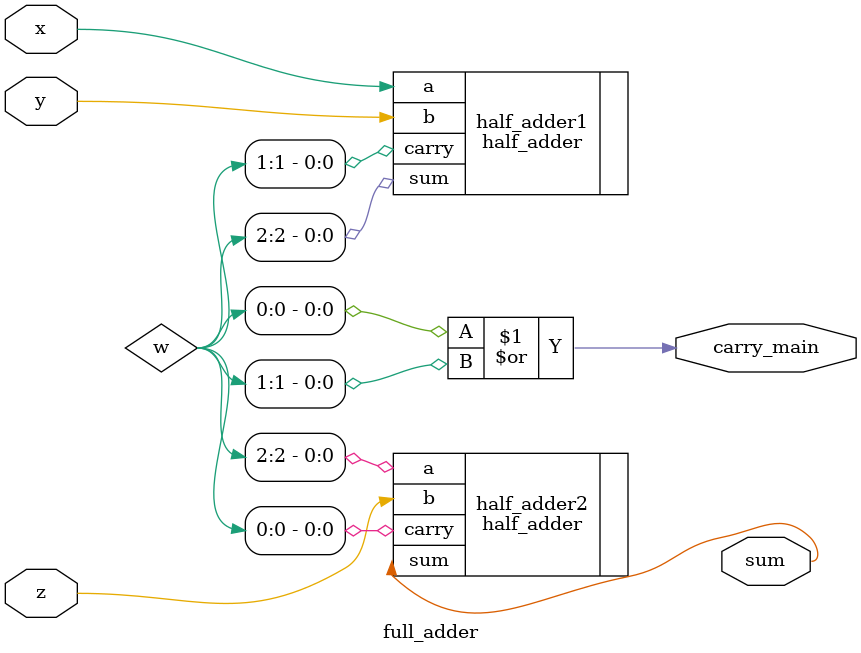
<source format=v>
`timescale 1ns / 1ps

module full_adder(
input x,y,z,
output sum,carry_main
);
wire [2:0] w;
// wire is a vector  syntax above and access name w{number/position}
half_adder half_adder1(.a(x),.b(y),.sum(w[2]),.carry(w[1]));
half_adder half_adder2(.a(w[2]),.b(z),.sum(sum),.carry(w[0]));
or or2(carry_main,w[0],w[1] );
// function function_alias_name ()
endmodule
</source>
